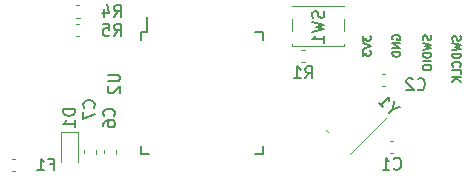
<source format=gbo>
G04 #@! TF.GenerationSoftware,KiCad,Pcbnew,(5.0.1)-3*
G04 #@! TF.CreationDate,2018-12-01T20:49:26+09:00*
G04 #@! TF.ProjectId,comet46,636F6D657434362E6B696361645F7063,rev?*
G04 #@! TF.SameCoordinates,PX2faf080PY2faf080*
G04 #@! TF.FileFunction,Legend,Bot*
G04 #@! TF.FilePolarity,Positive*
%FSLAX46Y46*%
G04 Gerber Fmt 4.6, Leading zero omitted, Abs format (unit mm)*
G04 Created by KiCad (PCBNEW (5.0.1)-3) date 2018/12/01 20:49:26*
%MOMM*%
%LPD*%
G01*
G04 APERTURE LIST*
%ADD10C,0.150000*%
%ADD11C,0.120000*%
%ADD12R,2.100000X2.100000*%
%ADD13O,2.100000X2.100000*%
%ADD14C,2.100000*%
%ADD15C,0.100000*%
%ADD16C,1.350000*%
%ADD17C,1.930000*%
%ADD18C,2.330000*%
%ADD19O,3.900000X2.600000*%
%ADD20C,1.400000*%
%ADD21R,1.450000X1.050000*%
%ADD22R,0.950000X1.900000*%
%ADD23R,1.900000X0.950000*%
%ADD24C,2.200000*%
%ADD25C,0.900000*%
G04 APERTURE END LIST*
D10*
X45383333Y-3166666D02*
X45416666Y-3266666D01*
X45416666Y-3433333D01*
X45383333Y-3500000D01*
X45350000Y-3533333D01*
X45283333Y-3566666D01*
X45216666Y-3566666D01*
X45150000Y-3533333D01*
X45116666Y-3500000D01*
X45083333Y-3433333D01*
X45050000Y-3300000D01*
X45016666Y-3233333D01*
X44983333Y-3200000D01*
X44916666Y-3166666D01*
X44850000Y-3166666D01*
X44783333Y-3200000D01*
X44750000Y-3233333D01*
X44716666Y-3300000D01*
X44716666Y-3466666D01*
X44750000Y-3566666D01*
X44716666Y-3800000D02*
X45416666Y-3966666D01*
X44916666Y-4100000D01*
X45416666Y-4233333D01*
X44716666Y-4400000D01*
X45416666Y-4666666D02*
X44716666Y-4666666D01*
X44716666Y-4833333D01*
X44750000Y-4933333D01*
X44816666Y-5000000D01*
X44883333Y-5033333D01*
X45016666Y-5066666D01*
X45116666Y-5066666D01*
X45250000Y-5033333D01*
X45316666Y-5000000D01*
X45383333Y-4933333D01*
X45416666Y-4833333D01*
X45416666Y-4666666D01*
X45350000Y-5766666D02*
X45383333Y-5733333D01*
X45416666Y-5633333D01*
X45416666Y-5566666D01*
X45383333Y-5466666D01*
X45316666Y-5400000D01*
X45250000Y-5366666D01*
X45116666Y-5333333D01*
X45016666Y-5333333D01*
X44883333Y-5366666D01*
X44816666Y-5400000D01*
X44750000Y-5466666D01*
X44716666Y-5566666D01*
X44716666Y-5633333D01*
X44750000Y-5733333D01*
X44783333Y-5766666D01*
X45416666Y-6400000D02*
X45416666Y-6066666D01*
X44716666Y-6066666D01*
X45416666Y-6633333D02*
X44716666Y-6633333D01*
X45416666Y-7033333D02*
X45016666Y-6733333D01*
X44716666Y-7033333D02*
X45116666Y-6633333D01*
X42883333Y-3116666D02*
X42916666Y-3216666D01*
X42916666Y-3383333D01*
X42883333Y-3450000D01*
X42850000Y-3483333D01*
X42783333Y-3516666D01*
X42716666Y-3516666D01*
X42650000Y-3483333D01*
X42616666Y-3450000D01*
X42583333Y-3383333D01*
X42550000Y-3250000D01*
X42516666Y-3183333D01*
X42483333Y-3150000D01*
X42416666Y-3116666D01*
X42350000Y-3116666D01*
X42283333Y-3150000D01*
X42250000Y-3183333D01*
X42216666Y-3250000D01*
X42216666Y-3416666D01*
X42250000Y-3516666D01*
X42216666Y-3750000D02*
X42916666Y-3916666D01*
X42416666Y-4050000D01*
X42916666Y-4183333D01*
X42216666Y-4350000D01*
X42916666Y-4616666D02*
X42216666Y-4616666D01*
X42216666Y-4783333D01*
X42250000Y-4883333D01*
X42316666Y-4950000D01*
X42383333Y-4983333D01*
X42516666Y-5016666D01*
X42616666Y-5016666D01*
X42750000Y-4983333D01*
X42816666Y-4950000D01*
X42883333Y-4883333D01*
X42916666Y-4783333D01*
X42916666Y-4616666D01*
X42916666Y-5316666D02*
X42216666Y-5316666D01*
X42216666Y-5783333D02*
X42216666Y-5916666D01*
X42250000Y-5983333D01*
X42316666Y-6050000D01*
X42450000Y-6083333D01*
X42683333Y-6083333D01*
X42816666Y-6050000D01*
X42883333Y-5983333D01*
X42916666Y-5916666D01*
X42916666Y-5783333D01*
X42883333Y-5716666D01*
X42816666Y-5650000D01*
X42683333Y-5616666D01*
X42450000Y-5616666D01*
X42316666Y-5650000D01*
X42250000Y-5716666D01*
X42216666Y-5783333D01*
X39650000Y-3466666D02*
X39616666Y-3400000D01*
X39616666Y-3300000D01*
X39650000Y-3200000D01*
X39716666Y-3133333D01*
X39783333Y-3100000D01*
X39916666Y-3066666D01*
X40016666Y-3066666D01*
X40150000Y-3100000D01*
X40216666Y-3133333D01*
X40283333Y-3200000D01*
X40316666Y-3300000D01*
X40316666Y-3366666D01*
X40283333Y-3466666D01*
X40250000Y-3500000D01*
X40016666Y-3500000D01*
X40016666Y-3366666D01*
X40316666Y-3800000D02*
X39616666Y-3800000D01*
X40316666Y-4200000D01*
X39616666Y-4200000D01*
X40316666Y-4533333D02*
X39616666Y-4533333D01*
X39616666Y-4700000D01*
X39650000Y-4800000D01*
X39716666Y-4866666D01*
X39783333Y-4900000D01*
X39916666Y-4933333D01*
X40016666Y-4933333D01*
X40150000Y-4900000D01*
X40216666Y-4866666D01*
X40283333Y-4800000D01*
X40316666Y-4700000D01*
X40316666Y-4533333D01*
X37116666Y-3133333D02*
X37116666Y-3566666D01*
X37383333Y-3333333D01*
X37383333Y-3433333D01*
X37416666Y-3500000D01*
X37450000Y-3533333D01*
X37516666Y-3566666D01*
X37683333Y-3566666D01*
X37750000Y-3533333D01*
X37783333Y-3500000D01*
X37816666Y-3433333D01*
X37816666Y-3233333D01*
X37783333Y-3166666D01*
X37750000Y-3133333D01*
X37116666Y-3766666D02*
X37816666Y-4000000D01*
X37116666Y-4233333D01*
X37116666Y-4400000D02*
X37116666Y-4833333D01*
X37383333Y-4600000D01*
X37383333Y-4700000D01*
X37416666Y-4766666D01*
X37450000Y-4800000D01*
X37516666Y-4833333D01*
X37683333Y-4833333D01*
X37750000Y-4800000D01*
X37783333Y-4766666D01*
X37816666Y-4700000D01*
X37816666Y-4500000D01*
X37783333Y-4433333D01*
X37750000Y-4400000D01*
D11*
G04 #@! TO.C,C1*
X39428733Y-13110000D02*
X39771267Y-13110000D01*
X39428733Y-12090000D02*
X39771267Y-12090000D01*
G04 #@! TO.C,C2*
X38728733Y-6390000D02*
X39071267Y-6390000D01*
X38728733Y-7410000D02*
X39071267Y-7410000D01*
G04 #@! TO.C,C6*
X16210000Y-13171267D02*
X16210000Y-12828733D01*
X15190000Y-13171267D02*
X15190000Y-12828733D01*
G04 #@! TO.C,C7*
X13490000Y-13171267D02*
X13490000Y-12828733D01*
X14510000Y-13171267D02*
X14510000Y-12828733D01*
G04 #@! TO.C,D1*
X13035000Y-11340000D02*
X13035000Y-13800000D01*
X11565000Y-11340000D02*
X13035000Y-11340000D01*
X11565000Y-13800000D02*
X11565000Y-11340000D01*
G04 #@! TO.C,F1*
X7771267Y-14610000D02*
X7428733Y-14610000D01*
X7771267Y-13590000D02*
X7428733Y-13590000D01*
G04 #@! TO.C,R4*
X13171267Y-590000D02*
X12828733Y-590000D01*
X13171267Y-1610000D02*
X12828733Y-1610000D01*
G04 #@! TO.C,R5*
X12828733Y-2190000D02*
X13171267Y-2190000D01*
X12828733Y-3210000D02*
X13171267Y-3210000D01*
G04 #@! TO.C,R1*
X32271267Y-4390000D02*
X31928733Y-4390000D01*
X32271267Y-5410000D02*
X31928733Y-5410000D01*
G04 #@! TO.C,SW1*
X31100000Y-720000D02*
X31100000Y-600000D01*
X31100000Y-2870000D02*
X31100000Y-1730000D01*
X31100000Y-4000000D02*
X31100000Y-3880000D01*
X35500000Y-4000000D02*
X31100000Y-4000000D01*
X35500000Y-3880000D02*
X35500000Y-4000000D01*
X35500000Y-1730000D02*
X35500000Y-2870000D01*
X35500000Y-600000D02*
X35500000Y-720000D01*
X31100000Y-600000D02*
X35500000Y-600000D01*
D10*
G04 #@! TO.C,U2*
X18325000Y-2825000D02*
X18900000Y-2825000D01*
X18325000Y-13175000D02*
X19000000Y-13175000D01*
X28675000Y-13175000D02*
X28000000Y-13175000D01*
X28675000Y-2825000D02*
X28000000Y-2825000D01*
X18325000Y-2825000D02*
X18325000Y-3500000D01*
X28675000Y-2825000D02*
X28675000Y-3500000D01*
X28675000Y-13175000D02*
X28675000Y-12500000D01*
X18325000Y-13175000D02*
X18325000Y-12500000D01*
X18900000Y-2825000D02*
X18900000Y-1550000D01*
D11*
G04 #@! TO.C,Y1*
X39200179Y-10018198D02*
X36018198Y-13200179D01*
X36018198Y-13200179D02*
X32199821Y-9381802D01*
G04 #@! TO.C,C1*
D10*
X39766666Y-14387142D02*
X39814285Y-14434761D01*
X39957142Y-14482380D01*
X40052380Y-14482380D01*
X40195238Y-14434761D01*
X40290476Y-14339523D01*
X40338095Y-14244285D01*
X40385714Y-14053809D01*
X40385714Y-13910952D01*
X40338095Y-13720476D01*
X40290476Y-13625238D01*
X40195238Y-13530000D01*
X40052380Y-13482380D01*
X39957142Y-13482380D01*
X39814285Y-13530000D01*
X39766666Y-13577619D01*
X38814285Y-14482380D02*
X39385714Y-14482380D01*
X39100000Y-14482380D02*
X39100000Y-13482380D01*
X39195238Y-13625238D01*
X39290476Y-13720476D01*
X39385714Y-13768095D01*
G04 #@! TO.C,C2*
X41766666Y-7657142D02*
X41814285Y-7704761D01*
X41957142Y-7752380D01*
X42052380Y-7752380D01*
X42195238Y-7704761D01*
X42290476Y-7609523D01*
X42338095Y-7514285D01*
X42385714Y-7323809D01*
X42385714Y-7180952D01*
X42338095Y-6990476D01*
X42290476Y-6895238D01*
X42195238Y-6800000D01*
X42052380Y-6752380D01*
X41957142Y-6752380D01*
X41814285Y-6800000D01*
X41766666Y-6847619D01*
X41385714Y-6847619D02*
X41338095Y-6800000D01*
X41242857Y-6752380D01*
X41004761Y-6752380D01*
X40909523Y-6800000D01*
X40861904Y-6847619D01*
X40814285Y-6942857D01*
X40814285Y-7038095D01*
X40861904Y-7180952D01*
X41433333Y-7752380D01*
X40814285Y-7752380D01*
G04 #@! TO.C,C6*
X16057142Y-9933333D02*
X16104761Y-9885714D01*
X16152380Y-9742857D01*
X16152380Y-9647619D01*
X16104761Y-9504761D01*
X16009523Y-9409523D01*
X15914285Y-9361904D01*
X15723809Y-9314285D01*
X15580952Y-9314285D01*
X15390476Y-9361904D01*
X15295238Y-9409523D01*
X15200000Y-9504761D01*
X15152380Y-9647619D01*
X15152380Y-9742857D01*
X15200000Y-9885714D01*
X15247619Y-9933333D01*
X15152380Y-10790476D02*
X15152380Y-10600000D01*
X15200000Y-10504761D01*
X15247619Y-10457142D01*
X15390476Y-10361904D01*
X15580952Y-10314285D01*
X15961904Y-10314285D01*
X16057142Y-10361904D01*
X16104761Y-10409523D01*
X16152380Y-10504761D01*
X16152380Y-10695238D01*
X16104761Y-10790476D01*
X16057142Y-10838095D01*
X15961904Y-10885714D01*
X15723809Y-10885714D01*
X15628571Y-10838095D01*
X15580952Y-10790476D01*
X15533333Y-10695238D01*
X15533333Y-10504761D01*
X15580952Y-10409523D01*
X15628571Y-10361904D01*
X15723809Y-10314285D01*
G04 #@! TO.C,C7*
X14357142Y-9233333D02*
X14404761Y-9185714D01*
X14452380Y-9042857D01*
X14452380Y-8947619D01*
X14404761Y-8804761D01*
X14309523Y-8709523D01*
X14214285Y-8661904D01*
X14023809Y-8614285D01*
X13880952Y-8614285D01*
X13690476Y-8661904D01*
X13595238Y-8709523D01*
X13500000Y-8804761D01*
X13452380Y-8947619D01*
X13452380Y-9042857D01*
X13500000Y-9185714D01*
X13547619Y-9233333D01*
X13452380Y-9566666D02*
X13452380Y-10233333D01*
X14452380Y-9804761D01*
G04 #@! TO.C,D1*
X12752380Y-9361904D02*
X11752380Y-9361904D01*
X11752380Y-9600000D01*
X11800000Y-9742857D01*
X11895238Y-9838095D01*
X11990476Y-9885714D01*
X12180952Y-9933333D01*
X12323809Y-9933333D01*
X12514285Y-9885714D01*
X12609523Y-9838095D01*
X12704761Y-9742857D01*
X12752380Y-9600000D01*
X12752380Y-9361904D01*
X12752380Y-10885714D02*
X12752380Y-10314285D01*
X12752380Y-10600000D02*
X11752380Y-10600000D01*
X11895238Y-10504761D01*
X11990476Y-10409523D01*
X12038095Y-10314285D01*
G04 #@! TO.C,F1*
X10633333Y-14028571D02*
X10966666Y-14028571D01*
X10966666Y-14552380D02*
X10966666Y-13552380D01*
X10490476Y-13552380D01*
X9585714Y-14552380D02*
X10157142Y-14552380D01*
X9871428Y-14552380D02*
X9871428Y-13552380D01*
X9966666Y-13695238D01*
X10061904Y-13790476D01*
X10157142Y-13838095D01*
G04 #@! TO.C,R4*
X16066666Y-1552380D02*
X16400000Y-1076190D01*
X16638095Y-1552380D02*
X16638095Y-552380D01*
X16257142Y-552380D01*
X16161904Y-600000D01*
X16114285Y-647619D01*
X16066666Y-742857D01*
X16066666Y-885714D01*
X16114285Y-980952D01*
X16161904Y-1028571D01*
X16257142Y-1076190D01*
X16638095Y-1076190D01*
X15209523Y-885714D02*
X15209523Y-1552380D01*
X15447619Y-504761D02*
X15685714Y-1219047D01*
X15066666Y-1219047D01*
G04 #@! TO.C,R5*
X16066666Y-3152380D02*
X16400000Y-2676190D01*
X16638095Y-3152380D02*
X16638095Y-2152380D01*
X16257142Y-2152380D01*
X16161904Y-2200000D01*
X16114285Y-2247619D01*
X16066666Y-2342857D01*
X16066666Y-2485714D01*
X16114285Y-2580952D01*
X16161904Y-2628571D01*
X16257142Y-2676190D01*
X16638095Y-2676190D01*
X15161904Y-2152380D02*
X15638095Y-2152380D01*
X15685714Y-2628571D01*
X15638095Y-2580952D01*
X15542857Y-2533333D01*
X15304761Y-2533333D01*
X15209523Y-2580952D01*
X15161904Y-2628571D01*
X15114285Y-2723809D01*
X15114285Y-2961904D01*
X15161904Y-3057142D01*
X15209523Y-3104761D01*
X15304761Y-3152380D01*
X15542857Y-3152380D01*
X15638095Y-3104761D01*
X15685714Y-3057142D01*
G04 #@! TO.C,R1*
X32266666Y-6752380D02*
X32600000Y-6276190D01*
X32838095Y-6752380D02*
X32838095Y-5752380D01*
X32457142Y-5752380D01*
X32361904Y-5800000D01*
X32314285Y-5847619D01*
X32266666Y-5942857D01*
X32266666Y-6085714D01*
X32314285Y-6180952D01*
X32361904Y-6228571D01*
X32457142Y-6276190D01*
X32838095Y-6276190D01*
X31314285Y-6752380D02*
X31885714Y-6752380D01*
X31600000Y-6752380D02*
X31600000Y-5752380D01*
X31695238Y-5895238D01*
X31790476Y-5990476D01*
X31885714Y-6038095D01*
G04 #@! TO.C,SW1*
X33804761Y-1066666D02*
X33852380Y-1209523D01*
X33852380Y-1447619D01*
X33804761Y-1542857D01*
X33757142Y-1590476D01*
X33661904Y-1638095D01*
X33566666Y-1638095D01*
X33471428Y-1590476D01*
X33423809Y-1542857D01*
X33376190Y-1447619D01*
X33328571Y-1257142D01*
X33280952Y-1161904D01*
X33233333Y-1114285D01*
X33138095Y-1066666D01*
X33042857Y-1066666D01*
X32947619Y-1114285D01*
X32900000Y-1161904D01*
X32852380Y-1257142D01*
X32852380Y-1495238D01*
X32900000Y-1638095D01*
X32852380Y-1971428D02*
X33852380Y-2209523D01*
X33138095Y-2400000D01*
X33852380Y-2590476D01*
X32852380Y-2828571D01*
X33852380Y-3733333D02*
X33852380Y-3161904D01*
X33852380Y-3447619D02*
X32852380Y-3447619D01*
X32995238Y-3352380D01*
X33090476Y-3257142D01*
X33138095Y-3161904D01*
G04 #@! TO.C,U2*
X15552380Y-6438095D02*
X16361904Y-6438095D01*
X16457142Y-6485714D01*
X16504761Y-6533333D01*
X16552380Y-6628571D01*
X16552380Y-6819047D01*
X16504761Y-6914285D01*
X16457142Y-6961904D01*
X16361904Y-7009523D01*
X15552380Y-7009523D01*
X15647619Y-7438095D02*
X15600000Y-7485714D01*
X15552380Y-7580952D01*
X15552380Y-7819047D01*
X15600000Y-7914285D01*
X15647619Y-7961904D01*
X15742857Y-8009523D01*
X15838095Y-8009523D01*
X15980952Y-7961904D01*
X16552380Y-7390476D01*
X16552380Y-8009523D01*
G04 #@! TO.C,Y1*
X39653553Y-9319881D02*
X39316835Y-9656599D01*
X40259644Y-9185194D02*
X39653553Y-9319881D01*
X39788240Y-8713790D01*
X38475042Y-8814805D02*
X38879103Y-9218866D01*
X38677072Y-9016835D02*
X39384179Y-8309729D01*
X39350507Y-8478087D01*
X39350507Y-8612774D01*
X39384179Y-8713790D01*
G04 #@! TD*
%LPC*%
D12*
G04 #@! TO.C,J2*
X37480000Y-1600000D03*
D13*
X40020000Y-1600000D03*
X42560000Y-1600000D03*
D14*
X45100000Y-1600000D03*
G04 #@! TD*
D15*
G04 #@! TO.C,C1*
G36*
X39145581Y-11926625D02*
X39178343Y-11931485D01*
X39210471Y-11939533D01*
X39241656Y-11950691D01*
X39271596Y-11964852D01*
X39300005Y-11981879D01*
X39326608Y-12001609D01*
X39351149Y-12023851D01*
X39373391Y-12048392D01*
X39393121Y-12074995D01*
X39410148Y-12103404D01*
X39424309Y-12133344D01*
X39435467Y-12164529D01*
X39443515Y-12196657D01*
X39448375Y-12229419D01*
X39450000Y-12262500D01*
X39450000Y-12937500D01*
X39448375Y-12970581D01*
X39443515Y-13003343D01*
X39435467Y-13035471D01*
X39424309Y-13066656D01*
X39410148Y-13096596D01*
X39393121Y-13125005D01*
X39373391Y-13151608D01*
X39351149Y-13176149D01*
X39326608Y-13198391D01*
X39300005Y-13218121D01*
X39271596Y-13235148D01*
X39241656Y-13249309D01*
X39210471Y-13260467D01*
X39178343Y-13268515D01*
X39145581Y-13273375D01*
X39112500Y-13275000D01*
X38337500Y-13275000D01*
X38304419Y-13273375D01*
X38271657Y-13268515D01*
X38239529Y-13260467D01*
X38208344Y-13249309D01*
X38178404Y-13235148D01*
X38149995Y-13218121D01*
X38123392Y-13198391D01*
X38098851Y-13176149D01*
X38076609Y-13151608D01*
X38056879Y-13125005D01*
X38039852Y-13096596D01*
X38025691Y-13066656D01*
X38014533Y-13035471D01*
X38006485Y-13003343D01*
X38001625Y-12970581D01*
X38000000Y-12937500D01*
X38000000Y-12262500D01*
X38001625Y-12229419D01*
X38006485Y-12196657D01*
X38014533Y-12164529D01*
X38025691Y-12133344D01*
X38039852Y-12103404D01*
X38056879Y-12074995D01*
X38076609Y-12048392D01*
X38098851Y-12023851D01*
X38123392Y-12001609D01*
X38149995Y-11981879D01*
X38178404Y-11964852D01*
X38208344Y-11950691D01*
X38239529Y-11939533D01*
X38271657Y-11931485D01*
X38304419Y-11926625D01*
X38337500Y-11925000D01*
X39112500Y-11925000D01*
X39145581Y-11926625D01*
X39145581Y-11926625D01*
G37*
D16*
X38725000Y-12600000D03*
D15*
G36*
X40895581Y-11926625D02*
X40928343Y-11931485D01*
X40960471Y-11939533D01*
X40991656Y-11950691D01*
X41021596Y-11964852D01*
X41050005Y-11981879D01*
X41076608Y-12001609D01*
X41101149Y-12023851D01*
X41123391Y-12048392D01*
X41143121Y-12074995D01*
X41160148Y-12103404D01*
X41174309Y-12133344D01*
X41185467Y-12164529D01*
X41193515Y-12196657D01*
X41198375Y-12229419D01*
X41200000Y-12262500D01*
X41200000Y-12937500D01*
X41198375Y-12970581D01*
X41193515Y-13003343D01*
X41185467Y-13035471D01*
X41174309Y-13066656D01*
X41160148Y-13096596D01*
X41143121Y-13125005D01*
X41123391Y-13151608D01*
X41101149Y-13176149D01*
X41076608Y-13198391D01*
X41050005Y-13218121D01*
X41021596Y-13235148D01*
X40991656Y-13249309D01*
X40960471Y-13260467D01*
X40928343Y-13268515D01*
X40895581Y-13273375D01*
X40862500Y-13275000D01*
X40087500Y-13275000D01*
X40054419Y-13273375D01*
X40021657Y-13268515D01*
X39989529Y-13260467D01*
X39958344Y-13249309D01*
X39928404Y-13235148D01*
X39899995Y-13218121D01*
X39873392Y-13198391D01*
X39848851Y-13176149D01*
X39826609Y-13151608D01*
X39806879Y-13125005D01*
X39789852Y-13096596D01*
X39775691Y-13066656D01*
X39764533Y-13035471D01*
X39756485Y-13003343D01*
X39751625Y-12970581D01*
X39750000Y-12937500D01*
X39750000Y-12262500D01*
X39751625Y-12229419D01*
X39756485Y-12196657D01*
X39764533Y-12164529D01*
X39775691Y-12133344D01*
X39789852Y-12103404D01*
X39806879Y-12074995D01*
X39826609Y-12048392D01*
X39848851Y-12023851D01*
X39873392Y-12001609D01*
X39899995Y-11981879D01*
X39928404Y-11964852D01*
X39958344Y-11950691D01*
X39989529Y-11939533D01*
X40021657Y-11931485D01*
X40054419Y-11926625D01*
X40087500Y-11925000D01*
X40862500Y-11925000D01*
X40895581Y-11926625D01*
X40895581Y-11926625D01*
G37*
D16*
X40475000Y-12600000D03*
G04 #@! TD*
D15*
G04 #@! TO.C,C2*
G36*
X40195581Y-6226625D02*
X40228343Y-6231485D01*
X40260471Y-6239533D01*
X40291656Y-6250691D01*
X40321596Y-6264852D01*
X40350005Y-6281879D01*
X40376608Y-6301609D01*
X40401149Y-6323851D01*
X40423391Y-6348392D01*
X40443121Y-6374995D01*
X40460148Y-6403404D01*
X40474309Y-6433344D01*
X40485467Y-6464529D01*
X40493515Y-6496657D01*
X40498375Y-6529419D01*
X40500000Y-6562500D01*
X40500000Y-7237500D01*
X40498375Y-7270581D01*
X40493515Y-7303343D01*
X40485467Y-7335471D01*
X40474309Y-7366656D01*
X40460148Y-7396596D01*
X40443121Y-7425005D01*
X40423391Y-7451608D01*
X40401149Y-7476149D01*
X40376608Y-7498391D01*
X40350005Y-7518121D01*
X40321596Y-7535148D01*
X40291656Y-7549309D01*
X40260471Y-7560467D01*
X40228343Y-7568515D01*
X40195581Y-7573375D01*
X40162500Y-7575000D01*
X39387500Y-7575000D01*
X39354419Y-7573375D01*
X39321657Y-7568515D01*
X39289529Y-7560467D01*
X39258344Y-7549309D01*
X39228404Y-7535148D01*
X39199995Y-7518121D01*
X39173392Y-7498391D01*
X39148851Y-7476149D01*
X39126609Y-7451608D01*
X39106879Y-7425005D01*
X39089852Y-7396596D01*
X39075691Y-7366656D01*
X39064533Y-7335471D01*
X39056485Y-7303343D01*
X39051625Y-7270581D01*
X39050000Y-7237500D01*
X39050000Y-6562500D01*
X39051625Y-6529419D01*
X39056485Y-6496657D01*
X39064533Y-6464529D01*
X39075691Y-6433344D01*
X39089852Y-6403404D01*
X39106879Y-6374995D01*
X39126609Y-6348392D01*
X39148851Y-6323851D01*
X39173392Y-6301609D01*
X39199995Y-6281879D01*
X39228404Y-6264852D01*
X39258344Y-6250691D01*
X39289529Y-6239533D01*
X39321657Y-6231485D01*
X39354419Y-6226625D01*
X39387500Y-6225000D01*
X40162500Y-6225000D01*
X40195581Y-6226625D01*
X40195581Y-6226625D01*
G37*
D16*
X39775000Y-6900000D03*
D15*
G36*
X38445581Y-6226625D02*
X38478343Y-6231485D01*
X38510471Y-6239533D01*
X38541656Y-6250691D01*
X38571596Y-6264852D01*
X38600005Y-6281879D01*
X38626608Y-6301609D01*
X38651149Y-6323851D01*
X38673391Y-6348392D01*
X38693121Y-6374995D01*
X38710148Y-6403404D01*
X38724309Y-6433344D01*
X38735467Y-6464529D01*
X38743515Y-6496657D01*
X38748375Y-6529419D01*
X38750000Y-6562500D01*
X38750000Y-7237500D01*
X38748375Y-7270581D01*
X38743515Y-7303343D01*
X38735467Y-7335471D01*
X38724309Y-7366656D01*
X38710148Y-7396596D01*
X38693121Y-7425005D01*
X38673391Y-7451608D01*
X38651149Y-7476149D01*
X38626608Y-7498391D01*
X38600005Y-7518121D01*
X38571596Y-7535148D01*
X38541656Y-7549309D01*
X38510471Y-7560467D01*
X38478343Y-7568515D01*
X38445581Y-7573375D01*
X38412500Y-7575000D01*
X37637500Y-7575000D01*
X37604419Y-7573375D01*
X37571657Y-7568515D01*
X37539529Y-7560467D01*
X37508344Y-7549309D01*
X37478404Y-7535148D01*
X37449995Y-7518121D01*
X37423392Y-7498391D01*
X37398851Y-7476149D01*
X37376609Y-7451608D01*
X37356879Y-7425005D01*
X37339852Y-7396596D01*
X37325691Y-7366656D01*
X37314533Y-7335471D01*
X37306485Y-7303343D01*
X37301625Y-7270581D01*
X37300000Y-7237500D01*
X37300000Y-6562500D01*
X37301625Y-6529419D01*
X37306485Y-6496657D01*
X37314533Y-6464529D01*
X37325691Y-6433344D01*
X37339852Y-6403404D01*
X37356879Y-6374995D01*
X37376609Y-6348392D01*
X37398851Y-6323851D01*
X37423392Y-6301609D01*
X37449995Y-6281879D01*
X37478404Y-6264852D01*
X37508344Y-6250691D01*
X37539529Y-6239533D01*
X37571657Y-6231485D01*
X37604419Y-6226625D01*
X37637500Y-6225000D01*
X38412500Y-6225000D01*
X38445581Y-6226625D01*
X38445581Y-6226625D01*
G37*
D16*
X38025000Y-6900000D03*
G04 #@! TD*
D15*
G04 #@! TO.C,C6*
G36*
X16070581Y-13151625D02*
X16103343Y-13156485D01*
X16135471Y-13164533D01*
X16166656Y-13175691D01*
X16196596Y-13189852D01*
X16225005Y-13206879D01*
X16251608Y-13226609D01*
X16276149Y-13248851D01*
X16298391Y-13273392D01*
X16318121Y-13299995D01*
X16335148Y-13328404D01*
X16349309Y-13358344D01*
X16360467Y-13389529D01*
X16368515Y-13421657D01*
X16373375Y-13454419D01*
X16375000Y-13487500D01*
X16375000Y-14262500D01*
X16373375Y-14295581D01*
X16368515Y-14328343D01*
X16360467Y-14360471D01*
X16349309Y-14391656D01*
X16335148Y-14421596D01*
X16318121Y-14450005D01*
X16298391Y-14476608D01*
X16276149Y-14501149D01*
X16251608Y-14523391D01*
X16225005Y-14543121D01*
X16196596Y-14560148D01*
X16166656Y-14574309D01*
X16135471Y-14585467D01*
X16103343Y-14593515D01*
X16070581Y-14598375D01*
X16037500Y-14600000D01*
X15362500Y-14600000D01*
X15329419Y-14598375D01*
X15296657Y-14593515D01*
X15264529Y-14585467D01*
X15233344Y-14574309D01*
X15203404Y-14560148D01*
X15174995Y-14543121D01*
X15148392Y-14523391D01*
X15123851Y-14501149D01*
X15101609Y-14476608D01*
X15081879Y-14450005D01*
X15064852Y-14421596D01*
X15050691Y-14391656D01*
X15039533Y-14360471D01*
X15031485Y-14328343D01*
X15026625Y-14295581D01*
X15025000Y-14262500D01*
X15025000Y-13487500D01*
X15026625Y-13454419D01*
X15031485Y-13421657D01*
X15039533Y-13389529D01*
X15050691Y-13358344D01*
X15064852Y-13328404D01*
X15081879Y-13299995D01*
X15101609Y-13273392D01*
X15123851Y-13248851D01*
X15148392Y-13226609D01*
X15174995Y-13206879D01*
X15203404Y-13189852D01*
X15233344Y-13175691D01*
X15264529Y-13164533D01*
X15296657Y-13156485D01*
X15329419Y-13151625D01*
X15362500Y-13150000D01*
X16037500Y-13150000D01*
X16070581Y-13151625D01*
X16070581Y-13151625D01*
G37*
D16*
X15700000Y-13875000D03*
D15*
G36*
X16070581Y-11401625D02*
X16103343Y-11406485D01*
X16135471Y-11414533D01*
X16166656Y-11425691D01*
X16196596Y-11439852D01*
X16225005Y-11456879D01*
X16251608Y-11476609D01*
X16276149Y-11498851D01*
X16298391Y-11523392D01*
X16318121Y-11549995D01*
X16335148Y-11578404D01*
X16349309Y-11608344D01*
X16360467Y-11639529D01*
X16368515Y-11671657D01*
X16373375Y-11704419D01*
X16375000Y-11737500D01*
X16375000Y-12512500D01*
X16373375Y-12545581D01*
X16368515Y-12578343D01*
X16360467Y-12610471D01*
X16349309Y-12641656D01*
X16335148Y-12671596D01*
X16318121Y-12700005D01*
X16298391Y-12726608D01*
X16276149Y-12751149D01*
X16251608Y-12773391D01*
X16225005Y-12793121D01*
X16196596Y-12810148D01*
X16166656Y-12824309D01*
X16135471Y-12835467D01*
X16103343Y-12843515D01*
X16070581Y-12848375D01*
X16037500Y-12850000D01*
X15362500Y-12850000D01*
X15329419Y-12848375D01*
X15296657Y-12843515D01*
X15264529Y-12835467D01*
X15233344Y-12824309D01*
X15203404Y-12810148D01*
X15174995Y-12793121D01*
X15148392Y-12773391D01*
X15123851Y-12751149D01*
X15101609Y-12726608D01*
X15081879Y-12700005D01*
X15064852Y-12671596D01*
X15050691Y-12641656D01*
X15039533Y-12610471D01*
X15031485Y-12578343D01*
X15026625Y-12545581D01*
X15025000Y-12512500D01*
X15025000Y-11737500D01*
X15026625Y-11704419D01*
X15031485Y-11671657D01*
X15039533Y-11639529D01*
X15050691Y-11608344D01*
X15064852Y-11578404D01*
X15081879Y-11549995D01*
X15101609Y-11523392D01*
X15123851Y-11498851D01*
X15148392Y-11476609D01*
X15174995Y-11456879D01*
X15203404Y-11439852D01*
X15233344Y-11425691D01*
X15264529Y-11414533D01*
X15296657Y-11406485D01*
X15329419Y-11401625D01*
X15362500Y-11400000D01*
X16037500Y-11400000D01*
X16070581Y-11401625D01*
X16070581Y-11401625D01*
G37*
D16*
X15700000Y-12125000D03*
G04 #@! TD*
D15*
G04 #@! TO.C,C7*
G36*
X14370581Y-11401625D02*
X14403343Y-11406485D01*
X14435471Y-11414533D01*
X14466656Y-11425691D01*
X14496596Y-11439852D01*
X14525005Y-11456879D01*
X14551608Y-11476609D01*
X14576149Y-11498851D01*
X14598391Y-11523392D01*
X14618121Y-11549995D01*
X14635148Y-11578404D01*
X14649309Y-11608344D01*
X14660467Y-11639529D01*
X14668515Y-11671657D01*
X14673375Y-11704419D01*
X14675000Y-11737500D01*
X14675000Y-12512500D01*
X14673375Y-12545581D01*
X14668515Y-12578343D01*
X14660467Y-12610471D01*
X14649309Y-12641656D01*
X14635148Y-12671596D01*
X14618121Y-12700005D01*
X14598391Y-12726608D01*
X14576149Y-12751149D01*
X14551608Y-12773391D01*
X14525005Y-12793121D01*
X14496596Y-12810148D01*
X14466656Y-12824309D01*
X14435471Y-12835467D01*
X14403343Y-12843515D01*
X14370581Y-12848375D01*
X14337500Y-12850000D01*
X13662500Y-12850000D01*
X13629419Y-12848375D01*
X13596657Y-12843515D01*
X13564529Y-12835467D01*
X13533344Y-12824309D01*
X13503404Y-12810148D01*
X13474995Y-12793121D01*
X13448392Y-12773391D01*
X13423851Y-12751149D01*
X13401609Y-12726608D01*
X13381879Y-12700005D01*
X13364852Y-12671596D01*
X13350691Y-12641656D01*
X13339533Y-12610471D01*
X13331485Y-12578343D01*
X13326625Y-12545581D01*
X13325000Y-12512500D01*
X13325000Y-11737500D01*
X13326625Y-11704419D01*
X13331485Y-11671657D01*
X13339533Y-11639529D01*
X13350691Y-11608344D01*
X13364852Y-11578404D01*
X13381879Y-11549995D01*
X13401609Y-11523392D01*
X13423851Y-11498851D01*
X13448392Y-11476609D01*
X13474995Y-11456879D01*
X13503404Y-11439852D01*
X13533344Y-11425691D01*
X13564529Y-11414533D01*
X13596657Y-11406485D01*
X13629419Y-11401625D01*
X13662500Y-11400000D01*
X14337500Y-11400000D01*
X14370581Y-11401625D01*
X14370581Y-11401625D01*
G37*
D16*
X14000000Y-12125000D03*
D15*
G36*
X14370581Y-13151625D02*
X14403343Y-13156485D01*
X14435471Y-13164533D01*
X14466656Y-13175691D01*
X14496596Y-13189852D01*
X14525005Y-13206879D01*
X14551608Y-13226609D01*
X14576149Y-13248851D01*
X14598391Y-13273392D01*
X14618121Y-13299995D01*
X14635148Y-13328404D01*
X14649309Y-13358344D01*
X14660467Y-13389529D01*
X14668515Y-13421657D01*
X14673375Y-13454419D01*
X14675000Y-13487500D01*
X14675000Y-14262500D01*
X14673375Y-14295581D01*
X14668515Y-14328343D01*
X14660467Y-14360471D01*
X14649309Y-14391656D01*
X14635148Y-14421596D01*
X14618121Y-14450005D01*
X14598391Y-14476608D01*
X14576149Y-14501149D01*
X14551608Y-14523391D01*
X14525005Y-14543121D01*
X14496596Y-14560148D01*
X14466656Y-14574309D01*
X14435471Y-14585467D01*
X14403343Y-14593515D01*
X14370581Y-14598375D01*
X14337500Y-14600000D01*
X13662500Y-14600000D01*
X13629419Y-14598375D01*
X13596657Y-14593515D01*
X13564529Y-14585467D01*
X13533344Y-14574309D01*
X13503404Y-14560148D01*
X13474995Y-14543121D01*
X13448392Y-14523391D01*
X13423851Y-14501149D01*
X13401609Y-14476608D01*
X13381879Y-14450005D01*
X13364852Y-14421596D01*
X13350691Y-14391656D01*
X13339533Y-14360471D01*
X13331485Y-14328343D01*
X13326625Y-14295581D01*
X13325000Y-14262500D01*
X13325000Y-13487500D01*
X13326625Y-13454419D01*
X13331485Y-13421657D01*
X13339533Y-13389529D01*
X13350691Y-13358344D01*
X13364852Y-13328404D01*
X13381879Y-13299995D01*
X13401609Y-13273392D01*
X13423851Y-13248851D01*
X13448392Y-13226609D01*
X13474995Y-13206879D01*
X13503404Y-13189852D01*
X13533344Y-13175691D01*
X13564529Y-13164533D01*
X13596657Y-13156485D01*
X13629419Y-13151625D01*
X13662500Y-13150000D01*
X14337500Y-13150000D01*
X14370581Y-13151625D01*
X14370581Y-13151625D01*
G37*
D16*
X14000000Y-13875000D03*
G04 #@! TD*
D15*
G04 #@! TO.C,D1*
G36*
X12670581Y-13151625D02*
X12703343Y-13156485D01*
X12735471Y-13164533D01*
X12766656Y-13175691D01*
X12796596Y-13189852D01*
X12825005Y-13206879D01*
X12851608Y-13226609D01*
X12876149Y-13248851D01*
X12898391Y-13273392D01*
X12918121Y-13299995D01*
X12935148Y-13328404D01*
X12949309Y-13358344D01*
X12960467Y-13389529D01*
X12968515Y-13421657D01*
X12973375Y-13454419D01*
X12975000Y-13487500D01*
X12975000Y-14262500D01*
X12973375Y-14295581D01*
X12968515Y-14328343D01*
X12960467Y-14360471D01*
X12949309Y-14391656D01*
X12935148Y-14421596D01*
X12918121Y-14450005D01*
X12898391Y-14476608D01*
X12876149Y-14501149D01*
X12851608Y-14523391D01*
X12825005Y-14543121D01*
X12796596Y-14560148D01*
X12766656Y-14574309D01*
X12735471Y-14585467D01*
X12703343Y-14593515D01*
X12670581Y-14598375D01*
X12637500Y-14600000D01*
X11962500Y-14600000D01*
X11929419Y-14598375D01*
X11896657Y-14593515D01*
X11864529Y-14585467D01*
X11833344Y-14574309D01*
X11803404Y-14560148D01*
X11774995Y-14543121D01*
X11748392Y-14523391D01*
X11723851Y-14501149D01*
X11701609Y-14476608D01*
X11681879Y-14450005D01*
X11664852Y-14421596D01*
X11650691Y-14391656D01*
X11639533Y-14360471D01*
X11631485Y-14328343D01*
X11626625Y-14295581D01*
X11625000Y-14262500D01*
X11625000Y-13487500D01*
X11626625Y-13454419D01*
X11631485Y-13421657D01*
X11639533Y-13389529D01*
X11650691Y-13358344D01*
X11664852Y-13328404D01*
X11681879Y-13299995D01*
X11701609Y-13273392D01*
X11723851Y-13248851D01*
X11748392Y-13226609D01*
X11774995Y-13206879D01*
X11803404Y-13189852D01*
X11833344Y-13175691D01*
X11864529Y-13164533D01*
X11896657Y-13156485D01*
X11929419Y-13151625D01*
X11962500Y-13150000D01*
X12637500Y-13150000D01*
X12670581Y-13151625D01*
X12670581Y-13151625D01*
G37*
D16*
X12300000Y-13875000D03*
D15*
G36*
X12670581Y-11401625D02*
X12703343Y-11406485D01*
X12735471Y-11414533D01*
X12766656Y-11425691D01*
X12796596Y-11439852D01*
X12825005Y-11456879D01*
X12851608Y-11476609D01*
X12876149Y-11498851D01*
X12898391Y-11523392D01*
X12918121Y-11549995D01*
X12935148Y-11578404D01*
X12949309Y-11608344D01*
X12960467Y-11639529D01*
X12968515Y-11671657D01*
X12973375Y-11704419D01*
X12975000Y-11737500D01*
X12975000Y-12512500D01*
X12973375Y-12545581D01*
X12968515Y-12578343D01*
X12960467Y-12610471D01*
X12949309Y-12641656D01*
X12935148Y-12671596D01*
X12918121Y-12700005D01*
X12898391Y-12726608D01*
X12876149Y-12751149D01*
X12851608Y-12773391D01*
X12825005Y-12793121D01*
X12796596Y-12810148D01*
X12766656Y-12824309D01*
X12735471Y-12835467D01*
X12703343Y-12843515D01*
X12670581Y-12848375D01*
X12637500Y-12850000D01*
X11962500Y-12850000D01*
X11929419Y-12848375D01*
X11896657Y-12843515D01*
X11864529Y-12835467D01*
X11833344Y-12824309D01*
X11803404Y-12810148D01*
X11774995Y-12793121D01*
X11748392Y-12773391D01*
X11723851Y-12751149D01*
X11701609Y-12726608D01*
X11681879Y-12700005D01*
X11664852Y-12671596D01*
X11650691Y-12641656D01*
X11639533Y-12610471D01*
X11631485Y-12578343D01*
X11626625Y-12545581D01*
X11625000Y-12512500D01*
X11625000Y-11737500D01*
X11626625Y-11704419D01*
X11631485Y-11671657D01*
X11639533Y-11639529D01*
X11650691Y-11608344D01*
X11664852Y-11578404D01*
X11681879Y-11549995D01*
X11701609Y-11523392D01*
X11723851Y-11498851D01*
X11748392Y-11476609D01*
X11774995Y-11456879D01*
X11803404Y-11439852D01*
X11833344Y-11425691D01*
X11864529Y-11414533D01*
X11896657Y-11406485D01*
X11929419Y-11401625D01*
X11962500Y-11400000D01*
X12637500Y-11400000D01*
X12670581Y-11401625D01*
X12670581Y-11401625D01*
G37*
D16*
X12300000Y-12125000D03*
G04 #@! TD*
D15*
G04 #@! TO.C,F1*
G36*
X7145581Y-13426625D02*
X7178343Y-13431485D01*
X7210471Y-13439533D01*
X7241656Y-13450691D01*
X7271596Y-13464852D01*
X7300005Y-13481879D01*
X7326608Y-13501609D01*
X7351149Y-13523851D01*
X7373391Y-13548392D01*
X7393121Y-13574995D01*
X7410148Y-13603404D01*
X7424309Y-13633344D01*
X7435467Y-13664529D01*
X7443515Y-13696657D01*
X7448375Y-13729419D01*
X7450000Y-13762500D01*
X7450000Y-14437500D01*
X7448375Y-14470581D01*
X7443515Y-14503343D01*
X7435467Y-14535471D01*
X7424309Y-14566656D01*
X7410148Y-14596596D01*
X7393121Y-14625005D01*
X7373391Y-14651608D01*
X7351149Y-14676149D01*
X7326608Y-14698391D01*
X7300005Y-14718121D01*
X7271596Y-14735148D01*
X7241656Y-14749309D01*
X7210471Y-14760467D01*
X7178343Y-14768515D01*
X7145581Y-14773375D01*
X7112500Y-14775000D01*
X6337500Y-14775000D01*
X6304419Y-14773375D01*
X6271657Y-14768515D01*
X6239529Y-14760467D01*
X6208344Y-14749309D01*
X6178404Y-14735148D01*
X6149995Y-14718121D01*
X6123392Y-14698391D01*
X6098851Y-14676149D01*
X6076609Y-14651608D01*
X6056879Y-14625005D01*
X6039852Y-14596596D01*
X6025691Y-14566656D01*
X6014533Y-14535471D01*
X6006485Y-14503343D01*
X6001625Y-14470581D01*
X6000000Y-14437500D01*
X6000000Y-13762500D01*
X6001625Y-13729419D01*
X6006485Y-13696657D01*
X6014533Y-13664529D01*
X6025691Y-13633344D01*
X6039852Y-13603404D01*
X6056879Y-13574995D01*
X6076609Y-13548392D01*
X6098851Y-13523851D01*
X6123392Y-13501609D01*
X6149995Y-13481879D01*
X6178404Y-13464852D01*
X6208344Y-13450691D01*
X6239529Y-13439533D01*
X6271657Y-13431485D01*
X6304419Y-13426625D01*
X6337500Y-13425000D01*
X7112500Y-13425000D01*
X7145581Y-13426625D01*
X7145581Y-13426625D01*
G37*
D16*
X6725000Y-14100000D03*
D15*
G36*
X8895581Y-13426625D02*
X8928343Y-13431485D01*
X8960471Y-13439533D01*
X8991656Y-13450691D01*
X9021596Y-13464852D01*
X9050005Y-13481879D01*
X9076608Y-13501609D01*
X9101149Y-13523851D01*
X9123391Y-13548392D01*
X9143121Y-13574995D01*
X9160148Y-13603404D01*
X9174309Y-13633344D01*
X9185467Y-13664529D01*
X9193515Y-13696657D01*
X9198375Y-13729419D01*
X9200000Y-13762500D01*
X9200000Y-14437500D01*
X9198375Y-14470581D01*
X9193515Y-14503343D01*
X9185467Y-14535471D01*
X9174309Y-14566656D01*
X9160148Y-14596596D01*
X9143121Y-14625005D01*
X9123391Y-14651608D01*
X9101149Y-14676149D01*
X9076608Y-14698391D01*
X9050005Y-14718121D01*
X9021596Y-14735148D01*
X8991656Y-14749309D01*
X8960471Y-14760467D01*
X8928343Y-14768515D01*
X8895581Y-14773375D01*
X8862500Y-14775000D01*
X8087500Y-14775000D01*
X8054419Y-14773375D01*
X8021657Y-14768515D01*
X7989529Y-14760467D01*
X7958344Y-14749309D01*
X7928404Y-14735148D01*
X7899995Y-14718121D01*
X7873392Y-14698391D01*
X7848851Y-14676149D01*
X7826609Y-14651608D01*
X7806879Y-14625005D01*
X7789852Y-14596596D01*
X7775691Y-14566656D01*
X7764533Y-14535471D01*
X7756485Y-14503343D01*
X7751625Y-14470581D01*
X7750000Y-14437500D01*
X7750000Y-13762500D01*
X7751625Y-13729419D01*
X7756485Y-13696657D01*
X7764533Y-13664529D01*
X7775691Y-13633344D01*
X7789852Y-13603404D01*
X7806879Y-13574995D01*
X7826609Y-13548392D01*
X7848851Y-13523851D01*
X7873392Y-13501609D01*
X7899995Y-13481879D01*
X7928404Y-13464852D01*
X7958344Y-13450691D01*
X7989529Y-13439533D01*
X8021657Y-13431485D01*
X8054419Y-13426625D01*
X8087500Y-13425000D01*
X8862500Y-13425000D01*
X8895581Y-13426625D01*
X8895581Y-13426625D01*
G37*
D16*
X8475000Y-14100000D03*
G04 #@! TD*
D12*
G04 #@! TO.C,J3*
X9400000Y-11820000D03*
D13*
X9400000Y-9280000D03*
X9400000Y-6740000D03*
D14*
X9400000Y-4200000D03*
G04 #@! TD*
D17*
G04 #@! TO.C,J1*
X5850000Y-9000000D03*
X5850000Y-7000000D03*
D18*
X5850000Y-11500000D03*
X5850000Y-4500000D03*
D19*
X3100000Y-13850000D03*
X3100000Y-2150000D03*
D20*
X3100000Y-10250000D03*
X3100000Y-5750000D03*
G04 #@! TD*
D15*
G04 #@! TO.C,R4*
G36*
X14295581Y-426625D02*
X14328343Y-431485D01*
X14360471Y-439533D01*
X14391656Y-450691D01*
X14421596Y-464852D01*
X14450005Y-481879D01*
X14476608Y-501609D01*
X14501149Y-523851D01*
X14523391Y-548392D01*
X14543121Y-574995D01*
X14560148Y-603404D01*
X14574309Y-633344D01*
X14585467Y-664529D01*
X14593515Y-696657D01*
X14598375Y-729419D01*
X14600000Y-762500D01*
X14600000Y-1437500D01*
X14598375Y-1470581D01*
X14593515Y-1503343D01*
X14585467Y-1535471D01*
X14574309Y-1566656D01*
X14560148Y-1596596D01*
X14543121Y-1625005D01*
X14523391Y-1651608D01*
X14501149Y-1676149D01*
X14476608Y-1698391D01*
X14450005Y-1718121D01*
X14421596Y-1735148D01*
X14391656Y-1749309D01*
X14360471Y-1760467D01*
X14328343Y-1768515D01*
X14295581Y-1773375D01*
X14262500Y-1775000D01*
X13487500Y-1775000D01*
X13454419Y-1773375D01*
X13421657Y-1768515D01*
X13389529Y-1760467D01*
X13358344Y-1749309D01*
X13328404Y-1735148D01*
X13299995Y-1718121D01*
X13273392Y-1698391D01*
X13248851Y-1676149D01*
X13226609Y-1651608D01*
X13206879Y-1625005D01*
X13189852Y-1596596D01*
X13175691Y-1566656D01*
X13164533Y-1535471D01*
X13156485Y-1503343D01*
X13151625Y-1470581D01*
X13150000Y-1437500D01*
X13150000Y-762500D01*
X13151625Y-729419D01*
X13156485Y-696657D01*
X13164533Y-664529D01*
X13175691Y-633344D01*
X13189852Y-603404D01*
X13206879Y-574995D01*
X13226609Y-548392D01*
X13248851Y-523851D01*
X13273392Y-501609D01*
X13299995Y-481879D01*
X13328404Y-464852D01*
X13358344Y-450691D01*
X13389529Y-439533D01*
X13421657Y-431485D01*
X13454419Y-426625D01*
X13487500Y-425000D01*
X14262500Y-425000D01*
X14295581Y-426625D01*
X14295581Y-426625D01*
G37*
D16*
X13875000Y-1100000D03*
D15*
G36*
X12545581Y-426625D02*
X12578343Y-431485D01*
X12610471Y-439533D01*
X12641656Y-450691D01*
X12671596Y-464852D01*
X12700005Y-481879D01*
X12726608Y-501609D01*
X12751149Y-523851D01*
X12773391Y-548392D01*
X12793121Y-574995D01*
X12810148Y-603404D01*
X12824309Y-633344D01*
X12835467Y-664529D01*
X12843515Y-696657D01*
X12848375Y-729419D01*
X12850000Y-762500D01*
X12850000Y-1437500D01*
X12848375Y-1470581D01*
X12843515Y-1503343D01*
X12835467Y-1535471D01*
X12824309Y-1566656D01*
X12810148Y-1596596D01*
X12793121Y-1625005D01*
X12773391Y-1651608D01*
X12751149Y-1676149D01*
X12726608Y-1698391D01*
X12700005Y-1718121D01*
X12671596Y-1735148D01*
X12641656Y-1749309D01*
X12610471Y-1760467D01*
X12578343Y-1768515D01*
X12545581Y-1773375D01*
X12512500Y-1775000D01*
X11737500Y-1775000D01*
X11704419Y-1773375D01*
X11671657Y-1768515D01*
X11639529Y-1760467D01*
X11608344Y-1749309D01*
X11578404Y-1735148D01*
X11549995Y-1718121D01*
X11523392Y-1698391D01*
X11498851Y-1676149D01*
X11476609Y-1651608D01*
X11456879Y-1625005D01*
X11439852Y-1596596D01*
X11425691Y-1566656D01*
X11414533Y-1535471D01*
X11406485Y-1503343D01*
X11401625Y-1470581D01*
X11400000Y-1437500D01*
X11400000Y-762500D01*
X11401625Y-729419D01*
X11406485Y-696657D01*
X11414533Y-664529D01*
X11425691Y-633344D01*
X11439852Y-603404D01*
X11456879Y-574995D01*
X11476609Y-548392D01*
X11498851Y-523851D01*
X11523392Y-501609D01*
X11549995Y-481879D01*
X11578404Y-464852D01*
X11608344Y-450691D01*
X11639529Y-439533D01*
X11671657Y-431485D01*
X11704419Y-426625D01*
X11737500Y-425000D01*
X12512500Y-425000D01*
X12545581Y-426625D01*
X12545581Y-426625D01*
G37*
D16*
X12125000Y-1100000D03*
G04 #@! TD*
D15*
G04 #@! TO.C,R5*
G36*
X14295581Y-2026625D02*
X14328343Y-2031485D01*
X14360471Y-2039533D01*
X14391656Y-2050691D01*
X14421596Y-2064852D01*
X14450005Y-2081879D01*
X14476608Y-2101609D01*
X14501149Y-2123851D01*
X14523391Y-2148392D01*
X14543121Y-2174995D01*
X14560148Y-2203404D01*
X14574309Y-2233344D01*
X14585467Y-2264529D01*
X14593515Y-2296657D01*
X14598375Y-2329419D01*
X14600000Y-2362500D01*
X14600000Y-3037500D01*
X14598375Y-3070581D01*
X14593515Y-3103343D01*
X14585467Y-3135471D01*
X14574309Y-3166656D01*
X14560148Y-3196596D01*
X14543121Y-3225005D01*
X14523391Y-3251608D01*
X14501149Y-3276149D01*
X14476608Y-3298391D01*
X14450005Y-3318121D01*
X14421596Y-3335148D01*
X14391656Y-3349309D01*
X14360471Y-3360467D01*
X14328343Y-3368515D01*
X14295581Y-3373375D01*
X14262500Y-3375000D01*
X13487500Y-3375000D01*
X13454419Y-3373375D01*
X13421657Y-3368515D01*
X13389529Y-3360467D01*
X13358344Y-3349309D01*
X13328404Y-3335148D01*
X13299995Y-3318121D01*
X13273392Y-3298391D01*
X13248851Y-3276149D01*
X13226609Y-3251608D01*
X13206879Y-3225005D01*
X13189852Y-3196596D01*
X13175691Y-3166656D01*
X13164533Y-3135471D01*
X13156485Y-3103343D01*
X13151625Y-3070581D01*
X13150000Y-3037500D01*
X13150000Y-2362500D01*
X13151625Y-2329419D01*
X13156485Y-2296657D01*
X13164533Y-2264529D01*
X13175691Y-2233344D01*
X13189852Y-2203404D01*
X13206879Y-2174995D01*
X13226609Y-2148392D01*
X13248851Y-2123851D01*
X13273392Y-2101609D01*
X13299995Y-2081879D01*
X13328404Y-2064852D01*
X13358344Y-2050691D01*
X13389529Y-2039533D01*
X13421657Y-2031485D01*
X13454419Y-2026625D01*
X13487500Y-2025000D01*
X14262500Y-2025000D01*
X14295581Y-2026625D01*
X14295581Y-2026625D01*
G37*
D16*
X13875000Y-2700000D03*
D15*
G36*
X12545581Y-2026625D02*
X12578343Y-2031485D01*
X12610471Y-2039533D01*
X12641656Y-2050691D01*
X12671596Y-2064852D01*
X12700005Y-2081879D01*
X12726608Y-2101609D01*
X12751149Y-2123851D01*
X12773391Y-2148392D01*
X12793121Y-2174995D01*
X12810148Y-2203404D01*
X12824309Y-2233344D01*
X12835467Y-2264529D01*
X12843515Y-2296657D01*
X12848375Y-2329419D01*
X12850000Y-2362500D01*
X12850000Y-3037500D01*
X12848375Y-3070581D01*
X12843515Y-3103343D01*
X12835467Y-3135471D01*
X12824309Y-3166656D01*
X12810148Y-3196596D01*
X12793121Y-3225005D01*
X12773391Y-3251608D01*
X12751149Y-3276149D01*
X12726608Y-3298391D01*
X12700005Y-3318121D01*
X12671596Y-3335148D01*
X12641656Y-3349309D01*
X12610471Y-3360467D01*
X12578343Y-3368515D01*
X12545581Y-3373375D01*
X12512500Y-3375000D01*
X11737500Y-3375000D01*
X11704419Y-3373375D01*
X11671657Y-3368515D01*
X11639529Y-3360467D01*
X11608344Y-3349309D01*
X11578404Y-3335148D01*
X11549995Y-3318121D01*
X11523392Y-3298391D01*
X11498851Y-3276149D01*
X11476609Y-3251608D01*
X11456879Y-3225005D01*
X11439852Y-3196596D01*
X11425691Y-3166656D01*
X11414533Y-3135471D01*
X11406485Y-3103343D01*
X11401625Y-3070581D01*
X11400000Y-3037500D01*
X11400000Y-2362500D01*
X11401625Y-2329419D01*
X11406485Y-2296657D01*
X11414533Y-2264529D01*
X11425691Y-2233344D01*
X11439852Y-2203404D01*
X11456879Y-2174995D01*
X11476609Y-2148392D01*
X11498851Y-2123851D01*
X11523392Y-2101609D01*
X11549995Y-2081879D01*
X11578404Y-2064852D01*
X11608344Y-2050691D01*
X11639529Y-2039533D01*
X11671657Y-2031485D01*
X11704419Y-2026625D01*
X11737500Y-2025000D01*
X12512500Y-2025000D01*
X12545581Y-2026625D01*
X12545581Y-2026625D01*
G37*
D16*
X12125000Y-2700000D03*
G04 #@! TD*
D15*
G04 #@! TO.C,R1*
G36*
X33395581Y-4226625D02*
X33428343Y-4231485D01*
X33460471Y-4239533D01*
X33491656Y-4250691D01*
X33521596Y-4264852D01*
X33550005Y-4281879D01*
X33576608Y-4301609D01*
X33601149Y-4323851D01*
X33623391Y-4348392D01*
X33643121Y-4374995D01*
X33660148Y-4403404D01*
X33674309Y-4433344D01*
X33685467Y-4464529D01*
X33693515Y-4496657D01*
X33698375Y-4529419D01*
X33700000Y-4562500D01*
X33700000Y-5237500D01*
X33698375Y-5270581D01*
X33693515Y-5303343D01*
X33685467Y-5335471D01*
X33674309Y-5366656D01*
X33660148Y-5396596D01*
X33643121Y-5425005D01*
X33623391Y-5451608D01*
X33601149Y-5476149D01*
X33576608Y-5498391D01*
X33550005Y-5518121D01*
X33521596Y-5535148D01*
X33491656Y-5549309D01*
X33460471Y-5560467D01*
X33428343Y-5568515D01*
X33395581Y-5573375D01*
X33362500Y-5575000D01*
X32587500Y-5575000D01*
X32554419Y-5573375D01*
X32521657Y-5568515D01*
X32489529Y-5560467D01*
X32458344Y-5549309D01*
X32428404Y-5535148D01*
X32399995Y-5518121D01*
X32373392Y-5498391D01*
X32348851Y-5476149D01*
X32326609Y-5451608D01*
X32306879Y-5425005D01*
X32289852Y-5396596D01*
X32275691Y-5366656D01*
X32264533Y-5335471D01*
X32256485Y-5303343D01*
X32251625Y-5270581D01*
X32250000Y-5237500D01*
X32250000Y-4562500D01*
X32251625Y-4529419D01*
X32256485Y-4496657D01*
X32264533Y-4464529D01*
X32275691Y-4433344D01*
X32289852Y-4403404D01*
X32306879Y-4374995D01*
X32326609Y-4348392D01*
X32348851Y-4323851D01*
X32373392Y-4301609D01*
X32399995Y-4281879D01*
X32428404Y-4264852D01*
X32458344Y-4250691D01*
X32489529Y-4239533D01*
X32521657Y-4231485D01*
X32554419Y-4226625D01*
X32587500Y-4225000D01*
X33362500Y-4225000D01*
X33395581Y-4226625D01*
X33395581Y-4226625D01*
G37*
D16*
X32975000Y-4900000D03*
D15*
G36*
X31645581Y-4226625D02*
X31678343Y-4231485D01*
X31710471Y-4239533D01*
X31741656Y-4250691D01*
X31771596Y-4264852D01*
X31800005Y-4281879D01*
X31826608Y-4301609D01*
X31851149Y-4323851D01*
X31873391Y-4348392D01*
X31893121Y-4374995D01*
X31910148Y-4403404D01*
X31924309Y-4433344D01*
X31935467Y-4464529D01*
X31943515Y-4496657D01*
X31948375Y-4529419D01*
X31950000Y-4562500D01*
X31950000Y-5237500D01*
X31948375Y-5270581D01*
X31943515Y-5303343D01*
X31935467Y-5335471D01*
X31924309Y-5366656D01*
X31910148Y-5396596D01*
X31893121Y-5425005D01*
X31873391Y-5451608D01*
X31851149Y-5476149D01*
X31826608Y-5498391D01*
X31800005Y-5518121D01*
X31771596Y-5535148D01*
X31741656Y-5549309D01*
X31710471Y-5560467D01*
X31678343Y-5568515D01*
X31645581Y-5573375D01*
X31612500Y-5575000D01*
X30837500Y-5575000D01*
X30804419Y-5573375D01*
X30771657Y-5568515D01*
X30739529Y-5560467D01*
X30708344Y-5549309D01*
X30678404Y-5535148D01*
X30649995Y-5518121D01*
X30623392Y-5498391D01*
X30598851Y-5476149D01*
X30576609Y-5451608D01*
X30556879Y-5425005D01*
X30539852Y-5396596D01*
X30525691Y-5366656D01*
X30514533Y-5335471D01*
X30506485Y-5303343D01*
X30501625Y-5270581D01*
X30500000Y-5237500D01*
X30500000Y-4562500D01*
X30501625Y-4529419D01*
X30506485Y-4496657D01*
X30514533Y-4464529D01*
X30525691Y-4433344D01*
X30539852Y-4403404D01*
X30556879Y-4374995D01*
X30576609Y-4348392D01*
X30598851Y-4323851D01*
X30623392Y-4301609D01*
X30649995Y-4281879D01*
X30678404Y-4264852D01*
X30708344Y-4250691D01*
X30739529Y-4239533D01*
X30771657Y-4231485D01*
X30804419Y-4226625D01*
X30837500Y-4225000D01*
X31612500Y-4225000D01*
X31645581Y-4226625D01*
X31645581Y-4226625D01*
G37*
D16*
X31225000Y-4900000D03*
G04 #@! TD*
D21*
G04 #@! TO.C,SW1*
X35375000Y-1225000D03*
X31225000Y-1225000D03*
X35375000Y-3375000D03*
X31225000Y-3375000D03*
G04 #@! TD*
D22*
G04 #@! TO.C,U2*
X19500000Y-2300000D03*
X20300000Y-2300000D03*
X21100000Y-2300000D03*
X21900000Y-2300000D03*
X22700000Y-2300000D03*
X23500000Y-2300000D03*
X24300000Y-2300000D03*
X25100000Y-2300000D03*
X25900000Y-2300000D03*
X26700000Y-2300000D03*
X27500000Y-2300000D03*
D23*
X29200000Y-4000000D03*
X29200000Y-4800000D03*
X29200000Y-5600000D03*
X29200000Y-6400000D03*
X29200000Y-7200000D03*
X29200000Y-8000000D03*
X29200000Y-8800000D03*
X29200000Y-9600000D03*
X29200000Y-10400000D03*
X29200000Y-11200000D03*
X29200000Y-12000000D03*
D22*
X27500000Y-13700000D03*
X26700000Y-13700000D03*
X25900000Y-13700000D03*
X25100000Y-13700000D03*
X24300000Y-13700000D03*
X23500000Y-13700000D03*
X22700000Y-13700000D03*
X21900000Y-13700000D03*
X21100000Y-13700000D03*
X20300000Y-13700000D03*
X19500000Y-13700000D03*
D23*
X17800000Y-12000000D03*
X17800000Y-11200000D03*
X17800000Y-10400000D03*
X17800000Y-9600000D03*
X17800000Y-8800000D03*
X17800000Y-8000000D03*
X17800000Y-7200000D03*
X17800000Y-6400000D03*
X17800000Y-5600000D03*
X17800000Y-4800000D03*
X17800000Y-4000000D03*
G04 #@! TD*
D24*
G04 #@! TO.C,Y1*
X35912132Y-11538478D03*
D15*
G36*
X37573833Y-11644544D02*
X36018198Y-13200179D01*
X34250431Y-11432412D01*
X35806066Y-9876777D01*
X37573833Y-11644544D01*
X37573833Y-11644544D01*
G37*
D24*
X33861522Y-9487868D03*
D15*
G36*
X35523223Y-9593934D02*
X33967588Y-11149569D01*
X32199821Y-9381802D01*
X33755456Y-7826167D01*
X35523223Y-9593934D01*
X35523223Y-9593934D01*
G37*
D24*
X35487868Y-7861522D03*
D15*
G36*
X37149569Y-7967588D02*
X35593934Y-9523223D01*
X33826167Y-7755456D01*
X35381802Y-6199821D01*
X37149569Y-7967588D01*
X37149569Y-7967588D01*
G37*
D24*
X37538478Y-9912132D03*
D15*
G36*
X39200179Y-10018198D02*
X37644544Y-11573833D01*
X35876777Y-9806066D01*
X37432412Y-8250431D01*
X39200179Y-10018198D01*
X39200179Y-10018198D01*
G37*
G04 #@! TD*
D25*
X27500000Y-12300000D03*
X14000000Y-15100000D03*
X14000000Y-15100000D03*
X14000000Y-10700000D03*
X25300000Y-800000D03*
X40450000Y-14900000D03*
X40500000Y-11200000D03*
X32200000Y-8200000D03*
X17800000Y-13875000D03*
X32400000Y-11600000D03*
X39800000Y-5600004D03*
X25200114Y-3600000D03*
X29600022Y-3049978D03*
X19800000Y-9600000D03*
X19800006Y-5000000D03*
X27800000Y-11200000D03*
X27100000Y-7950000D03*
X13700000Y-7900000D03*
X30150000Y-14000000D03*
X29250000Y-13799990D03*
X14050000Y-6300000D03*
X20650000Y-3800000D03*
X23500000Y-3600000D03*
M02*

</source>
